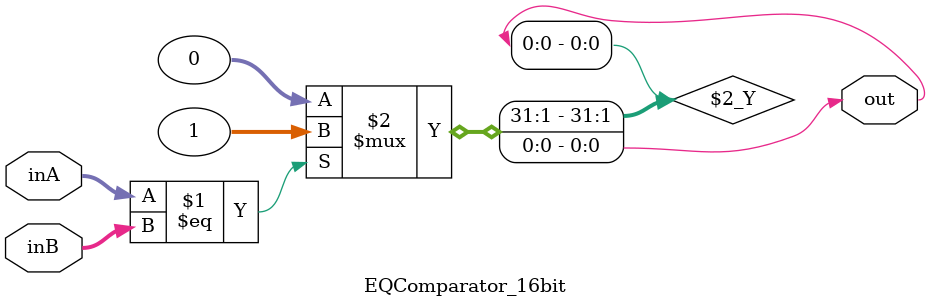
<source format=sv>
module EQComparator_16bit#(
    parameter WORD_WIDTH = 16
)(
    input logic             [WORD_WIDTH-1:0]    inA,
    input logic             [WORD_WIDTH-1:0]    inB,
    output logic                                out
);
    assign out = (inA == inB) ? 1 : 0;
endmodule
</source>
